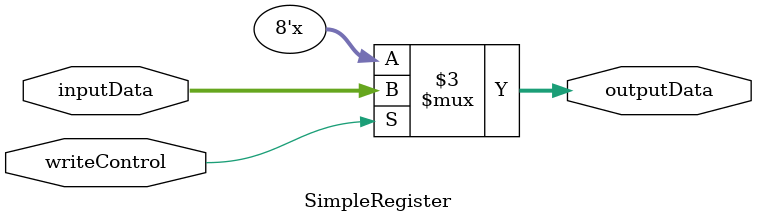
<source format=v>
`timescale 1ns / 1ps
module SimpleRegister(
    input writeControl,
    input [7:0] inputData,
    output reg[7:0] outputData
    );
	//Simple module for intermediate registers.
	always @(*)
		if(writeControl)	//Means If write control is high write to the register.
		outputData=inputData;
endmodule

</source>
